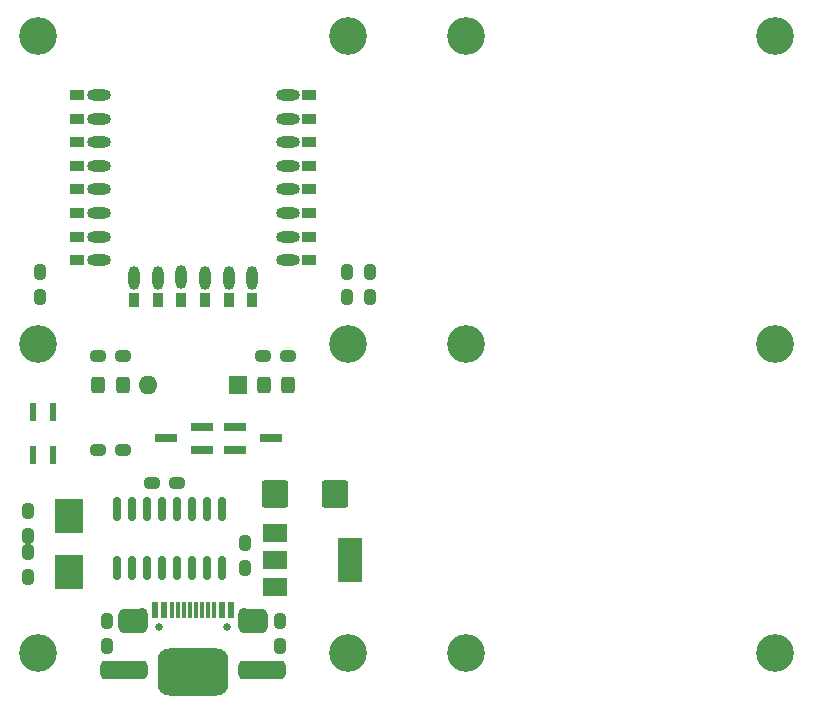
<source format=gbr>
%TF.GenerationSoftware,KiCad,Pcbnew,6.0.11+dfsg-1~bpo11+1*%
%TF.CreationDate,2023-07-13T21:31:00-04:00*%
%TF.ProjectId,ESP12,45535031-322e-46b6-9963-61645f706362,rev?*%
%TF.SameCoordinates,Original*%
%TF.FileFunction,Soldermask,Top*%
%TF.FilePolarity,Negative*%
%FSLAX46Y46*%
G04 Gerber Fmt 4.6, Leading zero omitted, Abs format (unit mm)*
G04 Created by KiCad (PCBNEW 6.0.11+dfsg-1~bpo11+1) date 2023-07-13 21:31:00*
%MOMM*%
%LPD*%
G01*
G04 APERTURE LIST*
G04 Aperture macros list*
%AMRoundRect*
0 Rectangle with rounded corners*
0 $1 Rounding radius*
0 $2 $3 $4 $5 $6 $7 $8 $9 X,Y pos of 4 corners*
0 Add a 4 corners polygon primitive as box body*
4,1,4,$2,$3,$4,$5,$6,$7,$8,$9,$2,$3,0*
0 Add four circle primitives for the rounded corners*
1,1,$1+$1,$2,$3*
1,1,$1+$1,$4,$5*
1,1,$1+$1,$6,$7*
1,1,$1+$1,$8,$9*
0 Add four rect primitives between the rounded corners*
20,1,$1+$1,$2,$3,$4,$5,0*
20,1,$1+$1,$4,$5,$6,$7,0*
20,1,$1+$1,$6,$7,$8,$9,0*
20,1,$1+$1,$8,$9,$2,$3,0*%
G04 Aperture macros list end*
%ADD10C,3.200000*%
%ADD11RoundRect,0.237500X-0.237500X0.400000X-0.237500X-0.400000X0.237500X-0.400000X0.237500X0.400000X0*%
%ADD12RoundRect,0.250000X0.875000X0.925000X-0.875000X0.925000X-0.875000X-0.925000X0.875000X-0.925000X0*%
%ADD13C,0.650000*%
%ADD14R,0.600000X1.450000*%
%ADD15R,0.300000X1.450000*%
%ADD16O,1.000000X2.100000*%
%ADD17RoundRect,0.525000X-0.725000X-0.525000X0.725000X-0.525000X0.725000X0.525000X-0.725000X0.525000X0*%
%ADD18RoundRect,0.400000X-1.600000X-0.400000X1.600000X-0.400000X1.600000X0.400000X-1.600000X0.400000X0*%
%ADD19O,1.000000X1.600000*%
%ADD20RoundRect,1.000000X2.000000X1.000000X-2.000000X1.000000X-2.000000X-1.000000X2.000000X-1.000000X0*%
%ADD21RoundRect,0.237500X0.237500X-0.400000X0.237500X0.400000X-0.237500X0.400000X-0.237500X-0.400000X0*%
%ADD22R,1.600000X1.600000*%
%ADD23O,1.600000X1.600000*%
%ADD24R,2.400000X3.000000*%
%ADD25R,1.900000X0.800000*%
%ADD26RoundRect,0.150000X-0.150000X0.825000X-0.150000X-0.825000X0.150000X-0.825000X0.150000X0.825000X0*%
%ADD27RoundRect,0.237500X0.400000X0.237500X-0.400000X0.237500X-0.400000X-0.237500X0.400000X-0.237500X0*%
%ADD28R,0.600000X1.600000*%
%ADD29RoundRect,0.237500X-0.400000X-0.237500X0.400000X-0.237500X0.400000X0.237500X-0.400000X0.237500X0*%
%ADD30RoundRect,0.250000X0.325000X0.450000X-0.325000X0.450000X-0.325000X-0.450000X0.325000X-0.450000X0*%
%ADD31RoundRect,0.250000X-0.325000X-0.450000X0.325000X-0.450000X0.325000X0.450000X-0.325000X0.450000X0*%
%ADD32R,2.000000X1.500000*%
%ADD33R,2.000000X3.800000*%
%ADD34R,1.300000X0.900000*%
%ADD35O,2.000000X0.950000*%
%ADD36O,0.950000X2.000000*%
%ADD37R,0.900000X1.300000*%
G04 APERTURE END LIST*
D10*
%TO.C,REF\u002A\u002A*%
X163108000Y-67919546D03*
%TD*%
D11*
%TO.C,C2*%
X136000000Y-108154955D03*
X136000000Y-110279955D03*
%TD*%
D12*
%TO.C,C5*%
X162055545Y-106722019D03*
X156955545Y-106722019D03*
%TD*%
D10*
%TO.C,REF\u002A\u002A*%
X136892000Y-120139455D03*
%TD*%
D13*
%TO.C,J1*%
X147110000Y-117947455D03*
X152890000Y-117947455D03*
D14*
X146750000Y-116502455D03*
X147550000Y-116502455D03*
D15*
X148750000Y-116502455D03*
X149750000Y-116502455D03*
X150250000Y-116502455D03*
X151250000Y-116502455D03*
D14*
X152450000Y-116502455D03*
X153250000Y-116502455D03*
X153250000Y-116502455D03*
X152450000Y-116502455D03*
D15*
X151750000Y-116502455D03*
X150750000Y-116502455D03*
X149250000Y-116502455D03*
X148250000Y-116502455D03*
D14*
X147550000Y-116502455D03*
X146750000Y-116502455D03*
D16*
X154320000Y-117417455D03*
D17*
X155096965Y-117429250D03*
D18*
X144153035Y-121597455D03*
D19*
X154320000Y-121597455D03*
X145680000Y-121597455D03*
D16*
X145680000Y-117417455D03*
D18*
X155846965Y-121597455D03*
D20*
X150000000Y-121817455D03*
D17*
X144903035Y-117429250D03*
%TD*%
D10*
%TO.C,REF\u002A\u002A*%
X199288000Y-94029455D03*
%TD*%
D21*
%TO.C,R2*%
X137000000Y-90062500D03*
X137000000Y-87937500D03*
%TD*%
D22*
%TO.C,SW2*%
X153810000Y-97500000D03*
D23*
X146190000Y-97500000D03*
%TD*%
D10*
%TO.C,REF\u002A\u002A*%
X163108000Y-120139455D03*
%TD*%
D24*
%TO.C,Y1*%
X139500000Y-113317455D03*
X139500000Y-108617455D03*
%TD*%
D10*
%TO.C,REF\u002A\u002A*%
X173072000Y-120139455D03*
%TD*%
D25*
%TO.C,Q1*%
X150721453Y-102950000D03*
X150721453Y-101050000D03*
X147721453Y-102000000D03*
%TD*%
D21*
%TO.C,R3*%
X142680000Y-119569955D03*
X142680000Y-117444955D03*
%TD*%
%TO.C,R4*%
X157320000Y-119569955D03*
X157320000Y-117444955D03*
%TD*%
D10*
%TO.C,REF\u002A\u002A*%
X136892000Y-94029455D03*
%TD*%
D11*
%TO.C,R7*%
X163000000Y-87937500D03*
X163000000Y-90062500D03*
%TD*%
D21*
%TO.C,C4*%
X154387518Y-112993433D03*
X154387518Y-110868433D03*
%TD*%
D26*
%TO.C,U1*%
X152450000Y-108012455D03*
X151180000Y-108012455D03*
X149910000Y-108012455D03*
X148640000Y-108012455D03*
X147370000Y-108012455D03*
X146100000Y-108012455D03*
X144830000Y-108012455D03*
X143560000Y-108012455D03*
X143560000Y-112962455D03*
X144830000Y-112962455D03*
X146100000Y-112962455D03*
X147370000Y-112962455D03*
X148640000Y-112962455D03*
X149910000Y-112962455D03*
X151180000Y-112962455D03*
X152450000Y-112962455D03*
%TD*%
D27*
%TO.C,R5*%
X158062500Y-95000000D03*
X155937500Y-95000000D03*
%TD*%
D10*
%TO.C,REF\u002A\u002A*%
X173072000Y-67919546D03*
%TD*%
%TO.C,REF\u002A\u002A*%
X173072000Y-94029455D03*
%TD*%
D28*
%TO.C,SW1*%
X138150000Y-99740491D03*
X138150000Y-103440491D03*
X136450000Y-99740491D03*
X136450000Y-103440491D03*
%TD*%
D10*
%TO.C,REF\u002A\u002A*%
X136892000Y-67919546D03*
%TD*%
D25*
%TO.C,Q2*%
X153580000Y-101050000D03*
X153580000Y-102950000D03*
X156580000Y-102000000D03*
%TD*%
D29*
%TO.C,R6*%
X141937500Y-95000000D03*
X144062500Y-95000000D03*
%TD*%
D10*
%TO.C,REF\u002A\u002A*%
X199288000Y-67919546D03*
%TD*%
D30*
%TO.C,D1*%
X158025000Y-97500000D03*
X155975000Y-97500000D03*
%TD*%
D21*
%TO.C,C1*%
X136000000Y-113779955D03*
X136000000Y-111654955D03*
%TD*%
D31*
%TO.C,D2*%
X141975000Y-97500000D03*
X144025000Y-97500000D03*
%TD*%
D10*
%TO.C,REF\u002A\u002A*%
X199288000Y-120139455D03*
%TD*%
D32*
%TO.C,U2*%
X156955545Y-109973364D03*
X156955545Y-112273364D03*
D33*
X163255545Y-112273364D03*
D32*
X156955545Y-114573364D03*
%TD*%
D34*
%TO.C,Um1*%
X140150000Y-72923046D03*
D35*
X142000000Y-72923046D03*
X142000000Y-74923046D03*
D34*
X140150000Y-74923046D03*
X140150000Y-76923046D03*
D35*
X142000000Y-76923046D03*
D34*
X140150000Y-78923046D03*
D35*
X142000000Y-78923046D03*
X142000000Y-80923046D03*
D34*
X140150000Y-80923046D03*
X140150000Y-82923046D03*
D35*
X142000000Y-82923046D03*
D34*
X140150000Y-84923046D03*
D35*
X142000000Y-84923046D03*
X142000000Y-86923046D03*
D34*
X140150000Y-86923046D03*
D35*
X158000000Y-86923046D03*
D34*
X159850000Y-86923046D03*
X159850000Y-84923046D03*
D35*
X158000000Y-84923046D03*
D34*
X159850000Y-82923046D03*
D35*
X158000000Y-82923046D03*
D34*
X159850000Y-80923046D03*
D35*
X158000000Y-80923046D03*
X158000000Y-78923046D03*
D34*
X159850000Y-78923046D03*
D35*
X158000000Y-76923046D03*
D34*
X159850000Y-76923046D03*
D35*
X158000000Y-74923046D03*
D34*
X159850000Y-74923046D03*
D35*
X158000000Y-72923046D03*
D34*
X159850000Y-72923046D03*
D36*
X145000000Y-88408046D03*
D37*
X145000000Y-90258046D03*
D36*
X147000000Y-88408046D03*
D37*
X147000000Y-90258046D03*
X149000000Y-90258046D03*
D36*
X149000000Y-88358046D03*
X151000000Y-88408046D03*
D37*
X151000000Y-90258046D03*
D36*
X153000000Y-88408046D03*
D37*
X153000000Y-90258046D03*
X155000000Y-90258046D03*
D36*
X155000000Y-88408046D03*
%TD*%
D27*
%TO.C,C3*%
X148636090Y-105773720D03*
X146511090Y-105773720D03*
%TD*%
D21*
%TO.C,R8*%
X165000000Y-90062500D03*
X165000000Y-87937500D03*
%TD*%
D29*
%TO.C,R1*%
X141937500Y-103000000D03*
X144062500Y-103000000D03*
%TD*%
D10*
%TO.C,REF\u002A\u002A*%
X163108000Y-94029455D03*
%TD*%
M02*

</source>
